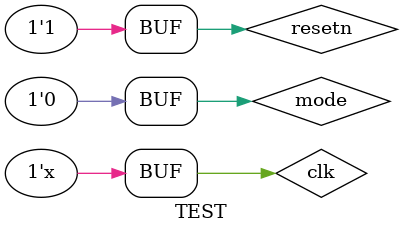
<source format=v>

`define MODE 0
`timescale 1ns/1ps


module CPU(

//数据部分    
input clk,
input resetn,
input cpu_to_dma_enable, //DMA准备好自CPU接收数据
input dma_to_cpu_valid, //向CPU传出的数据是否有效
input [7:0] cpu_in_socket,

output reg dma_to_cpu_enable, //CPU是否准备好接收数据。
output reg cpu_to_dma_valid, //CPU传入的数据是否有效。
output reg [7:0] cpu_out_socket,
//------------------------------
//地址控制部分
input addr_out_enable,  //DMA准备好自CPU接收地址
output reg addr_out_valid,  //CPU正在传出有效的地址

output reg [31:0] addr_out, //地址输出
output reg [31:0] len_out  //数据长度输出

);

reg [31:0] out_cnt;
reg [31:0] addr_save;

always@ (posedge clk)
begin

    //give out random status and data.
    dma_to_cpu_enable<=$random%2;
    cpu_to_dma_valid<=$random%2;
    
    cpu_out_socket=$random%'b100000000;
    //---------------------------------------------

    addr_out_valid<=$random%2;
    len_out<=8;
    addr_out<=$random;
    // addr_save<=0;
if(resetn)
begin
//-------------------------------------------------------------------------
        // if(addr_out_enable&addr_out_valid)
        // begin
        //   addr_out=$random;
        //   addr_len=8;
        //   addr_out_enable<=0;
        //   addr_save<=addr_out;
        // end
        // if(!addr_out_valid) //Data transfering
        //     if(cpu_to_dma_enable&cpu_to_dma_valid)
        //     begin
        //       out_cnt=out_cnt+1;
        //       if(out_cnt>=addr_save) //Transfer finished
        //       begin
        //         out_cnt<=0;
        //         addr_save<=0;
        //         addr_out_valid<=1;
        //       end
        //     end
//===================================================================
        if(cpu_to_dma_valid&cpu_to_dma_enable)
        begin
            $display("cpu->dma: cpu gived %x",cpu_out_socket);
        end

        if(dma_to_cpu_enable&dma_to_cpu_valid)
        begin
            $display("dma->cpu: cpu received %x",cpu_in_socket);
        end

        if(addr_out_valid&addr_out_enable)
        begin
            $display("addr::cpu->dma: addr: %x len: %d",addr_out,len_out);
        end
end
end

endmodule

module MEM(

//数据部分
input clk,
input resetn,
input mem_to_dma_enable, //DMA准备好自MEM接收数据
input dma_to_mem_valid, //向MEM传出的数据是否有效
input [3:0] mem_in_socket,

output reg dma_to_mem_enable, //MEM是否准备好接收数据。
output reg mem_to_dma_valid, //MEM传入的数据是否有效。
output reg [3:0] mem_out_socket,
//--------------------------------------
//地址控制部分
input addr_in_valid,  //DMA传出有效的地址
output reg addr_in_enable,  //MEM可以接收地址

input [31:0] addr_in, //地址输入
input [31:0] len_in //数据长度输入

);

reg [7:0] _received;
reg [7:0]  _sent;
reg _rec_high;
reg _st_high;
//-------------------------
reg [31:0] len_reg;
reg [31:0] out_cnt;

initial
begin
    _rec_high<=0;
    _st_high<=0;
    _received<=8'b0;
    _sent<=8'b0;
end

always@ (posedge clk)

begin
    
    //give out random status and data.
    dma_to_mem_enable<=$random%2;
    mem_to_dma_valid<=$random%2;
    mem_out_socket<=$random%'b10000;
    addr_in_enable<=$random%2;
    
if(resetn)
    begin
    
    if(mem_to_dma_valid&mem_to_dma_enable)
    begin
        $display("mem->dma: mem gived %x",mem_out_socket);
        if(_st_high)
        begin
            _sent[7:4]=mem_out_socket;
            $display("mem gived %x in 8 bits",_sent);
            _st_high=~_st_high;            
        end
        else
        begin
            _sent[3:0]=mem_out_socket;
            _st_high=~_st_high;
        end
    end

    if(dma_to_mem_enable&dma_to_mem_valid&TEST.resetn)
    begin
        $display("dma->mem: mem received %x",mem_in_socket);
        if(_rec_high)
        begin
            _received[7:4]=mem_in_socket;
            $display("mem received %x in 8 bits",_received);
            _rec_high=~_rec_high;            
        end
        else
        begin
            _received[3:0]=mem_in_socket;
            _rec_high=~_rec_high;
        end
    end

    if(addr_in_enable&addr_in_valid)
     begin
        $display("addr::dma->mem: addr: %x len: %d",addr_in,len_in);
    end
end
end

endmodule

module TEST();
reg clk;
reg resetn;
reg mode;

wire mem_to_dma_valid;
wire mem_to_dma_enable;
wire dma_to_mem_enable;
wire dma_to_mem_valid;
wire cpu_to_dma_valid;
wire cpu_to_dma_enable;
wire dma_to_cpu_enable;
wire dma_to_cpu_valid;
wire [3:0]mem_in_wire;
wire [3:0]mem_out_wire;
wire [7:0]cpu_in_wire;
wire [7:0]cpu_out_wire;

MEM memins(
    .clk(clk),
    .resetn(resetn),
    .mem_to_dma_enable(mem_to_dma_enable),
    .mem_to_dma_valid(mem_to_dma_valid),
    .dma_to_mem_enable(dma_to_mem_enable),
    .dma_to_mem_valid(dma_to_mem_valid),
    .mem_in_socket(mem_in_wire),
    .mem_out_socket(mem_out_wire),
    //--------------------------------------
//地址控制部分
.addr_in_valid(dmains.address_out_valid),  //DMA传出有效的地址
// .addr_in_enable,  //MEM可以接收地址

.addr_in(dmains.address_reg), //地址输入
.len_in(dmains.len_reg) //数据长度输入

);

CPU cpuins(
    .clk(clk),
    .resetn(resetn),
    .cpu_to_dma_enable(cpu_to_dma_enable),
    .cpu_to_dma_valid(cpu_to_dma_valid),
    .dma_to_cpu_enable(dma_to_cpu_enable),
    .dma_to_cpu_valid(dma_to_cpu_valid),
    .cpu_in_socket(cpu_in_wire),
    .cpu_out_socket(cpu_out_wire),
    //------------------------------
    //地址控制部分
    .addr_out_enable(dmains.address_in_enable)  //DMA准备好自CPU接收地址
    // .addr_out_valid,  //CPU正在传出有效的地址

);

DMA_ADDRESS dmains(
    .clk(clk),
    .resetn(resetn),
    .mode(mode),

    .dma_to_mem_enable(dma_to_mem_enable) , //MEM是否准备好接收数据。
    .mem_to_dma_valid(mem_to_dma_valid), //MEM中传入的数据是否有效。
    .dma_to_cpu_enable(dma_to_cpu_enable), //CPU是否准备好接收数据。
    .cpu_to_dma_valid(cpu_to_dma_valid),//CPU传入的数据是否有效。

    .mem_data_out(mem_out_wire),
    .cpu_data_out(cpu_out_wire),

    .dma_to_mem_valid(dma_to_mem_valid), //向MEM传出的数据是否有效
    .mem_to_dma_enable(mem_to_dma_enable), //DMA准备好自MEM接收数据
    .cpu_to_dma_enable(cpu_to_dma_enable), //DMA准备好自CPU接收数据
    .dma_to_cpu_valid(dma_to_cpu_valid), //向CPU传出的数据是否有效

    .mem_data_in(mem_in_wire), //内存信号输入
    .cpu_data_in(cpu_in_wire), //中央处理器信号输入
//------------------------------------------
    .address_in_valid(cpuins.addr_out_valid),     //CPU传入给DMA地址值有效
    .address_out_valid(memins.addr_in_valid),   //DMA处于可以传出地址状态
    .address_out_enable(memins.addr_in_enable),  //DMA传出地址值可被MEM接收
    .address_in_enable(memins.addr_in_enable),  //CPU传出地址值可被DMA接收, DMA处于可以接受地址状态
    
    .len_in(cpuins.len_out),     //接收传入的长度
    .addr_in(cpuins.addr_out)    //接收传入的地址

);


initial
begin
    $dumpfile("out.vcd");
    $dumpvars(0,TEST);
    $display("Start test.");
    clk=0;
    resetn=0;
    mode=`MODE;
    #100
    resetn=1;
//   #10000
//   $finish;
end

always@(posedge clk)
begin
end

always #50
begin
    clk=~clk;
end

endmodule
</source>
